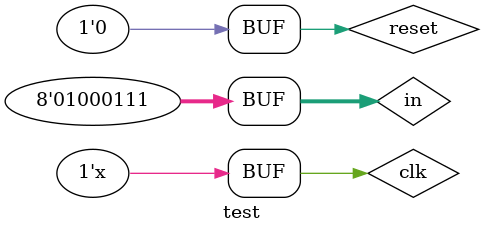
<source format=v>
`timescale 1ns / 1ps


module test;

	// Inputs
	reg clk;
	reg [7:0] in;
	reg reset;

	// Outputs
	wire [4:0] cnt;
	wire danger;

	// Instantiate the Unit Under Test (UUT)
	DNA uut (
		.clk(clk), 
		.in(in), 
		.reset(reset), 
		.cnt(cnt), 
		.danger(danger)
	);

	initial begin
		// Initialize Inputs
		clk = 0;
		in = 0;
		reset = 0;

		// Wait 100 ns for global reset to finish
		#100;
      in="A";
		#10;
		in="T";
		#10;
		in="A";
		#10;
		in="T";
		#10;
		in="G";
		#10;
		in="C";
		#10;
		in="G";
		#10;
		in="A";
		#10;
		in="T";
		#10;
		in="A";
		#10;
		in="T";
		#10;
		in="G";
		#10;
		in="C";
		#10;
		in="G";
		#10;
		in="A";
		#10;
		in="T";
		#10;
		in="A";
		#10;
		in="T";
		#10;
		in="G";
		#10;
		in="C";
		#10;
		in="G";
		#10;
		// Add stimulus here

	end
      always #5 clk=~clk;
endmodule


</source>
